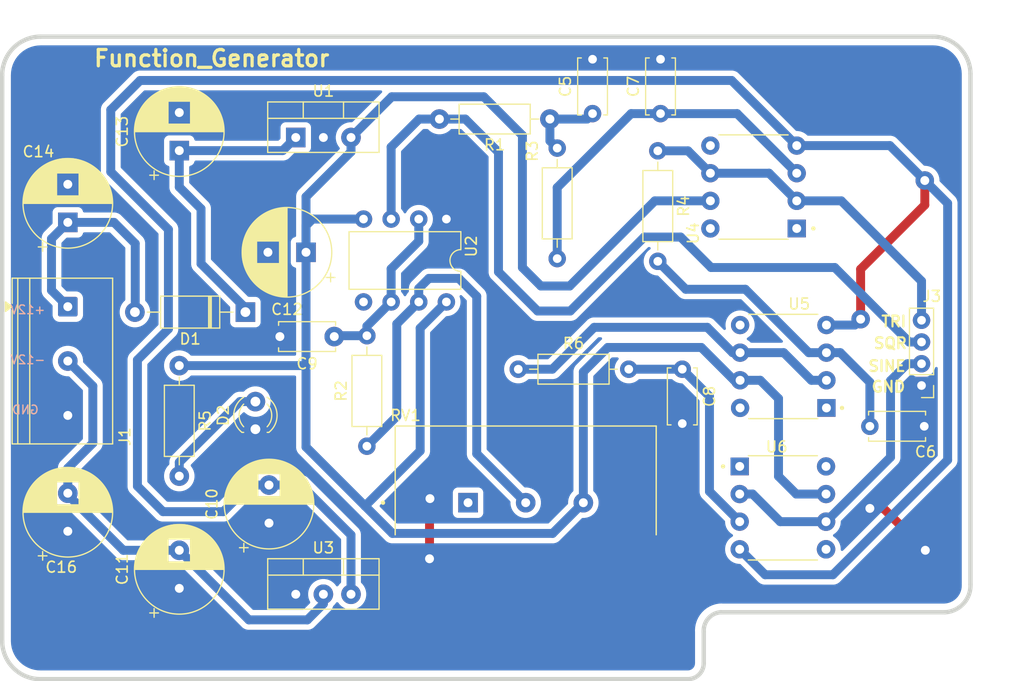
<source format=kicad_pcb>
(kicad_pcb (version 20241229) (generator "pcbnew") (generator_version "9.0")
  (layers (0 "F.Cu" signal) (2 "B.Cu" signal) (13 "F.Paste" user) (15 "B.Paste" user) (5 "F.SilkS" user "F.Silkscreen") (7 "B.SilkS" user "B.Silkscreen") (1 "F.Mask" user) (3 "B.Mask" user) (25 "Edge.Cuts" user))
  (net 0 "")
  (net 1 "Net-(C5-Pad1)")
  (net 2 "GND")
  (net 3 "Net-(U5-+)")
  (net 4 "Net-(U4-+)")
  (net 5 "Net-(U6-+)")
  (net 6 "OUT")
  (net 7 "-10V")
  (net 8 "-12")
  (net 9 "+10V")
  (net 10 "12V")
  (net 11 "+12")
  (net 12 "Net-(D2-A)")
  (net 13 "Triangle")
  (net 14 "Sine")
  (net 15 "Square")
  (net 16 "DISCHARGE")
  (net 17 "Net-(U5--)")
  (footprint "Resistor_THT:R_Axial_DIN0207_L6.3mm_D2.5mm_P10.16mm_Horizontal" (layer "F.Cu") (at 105.25 99.67 -90)
    (property "Reference" "R5" (at 5.08 -2.37 90) (layer "F.SilkS"))
    (property "Value" "330")
    (pad "1" thru_hole circle (at 0 0 270) (size 1.8 1.8) (drill 0.82) (layers "*.Cu" "*.Mask") (net 9 "+10V"))
    (pad "2" thru_hole oval (at 10.16 0 270) (size 1.8 1.8) (drill 0.82) (layers "*.Cu" "*.Mask") (net 12 "Net-(D2-A)"))
  )
  (footprint "Connector_PinHeader_2.00mm:PinHeader_1x04_P2.00mm_Vertical" (layer "F.Cu") (at 173.5 101.5 180)
    (property "Reference" "J3" (at -0.95 8.2 0) (layer "F.SilkS"))
    (property "Value" "Conn_01x04_Pin")
    (pad "1" thru_hole rect (at 0 0 180) (size 1.6 1.6) (drill 0.8) (layers "*.Cu" "*.Mask") (net 2 "GND"))
    (pad "2" thru_hole circle (at 0 2 180) (size 1.6 1.6) (drill 0.8) (layers "*.Cu" "*.Mask") (net 14 "Sine"))
    (pad "3" thru_hole circle (at 0 4 180) (size 1.6 1.6) (drill 0.8) (layers "*.Cu" "*.Mask") (net 15 "Square"))
    (pad "4" thru_hole circle (at 0 6 180) (size 1.6 1.6) (drill 0.8) (layers "*.Cu" "*.Mask") (net 13 "Triangle"))
  )
  (footprint "Capacitor_THT:CP_Radial_D8.0mm_P3.50mm" (layer "F.Cu") (at 95 86.5 90)
    (property "Reference" "C14" (at 6.5 -2.7 180) (layer "F.SilkS"))
    (property "Value" "10uF")
    (pad "1" thru_hole rect (at 0 0 90) (size 1.8 1.8) (drill 0.82) (layers "*.Cu" "*.Mask") (net 11 "+12"))
    (pad "2" thru_hole circle (at 3.5 0 90) (size 1.8 1.8) (drill 0.82) (layers "*.Cu" "*.Mask") (net 2 "GND"))
  )
  (footprint "Capacitor_THT:CP_Radial_D8.0mm_P3.50mm" (layer "F.Cu") (at 113.5 114.152651 90)
    (property "Reference" "C10" (at 1.75 -5.25 90) (layer "F.SilkS"))
    (property "Value" "0.1uF")
    (pad "1" thru_hole rect (at 0 0 90) (size 1.8 1.8) (drill 0.82) (layers "*.Cu" "*.Mask") (net 2 "GND"))
    (pad "2" thru_hole circle (at 3.5 0 90) (size 1.8 1.8) (drill 0.82) (layers "*.Cu" "*.Mask") (net 7 "-10V"))
  )
  (footprint "Capacitor_THT:CP_Radial_D8.0mm_P3.50mm" (layer "F.Cu") (at 116.902651 89.25 180)
    (property "Reference" "C12" (at 1.75 -5.25 0) (layer "F.SilkS"))
    (property "Value" "0.1uF")
    (pad "1" thru_hole rect (at 0 0 180) (size 1.8 1.8) (drill 0.82) (layers "*.Cu" "*.Mask") (net 9 "+10V"))
    (pad "2" thru_hole circle (at 3.5 0 180) (size 1.8 1.8) (drill 0.82) (layers "*.Cu" "*.Mask") (net 2 "GND"))
  )
  (footprint "Resistor_THT:R_Axial_DIN0207_L6.3mm_D2.5mm_P10.16mm_Horizontal" (layer "F.Cu") (at 149.25 79.92 -90)
    (property "Reference" "R4" (at 5.08 -2.37 90) (layer "F.SilkS"))
    (property "Value" "1K")
    (pad "1" thru_hole circle (at 0 0 270) (size 1.6 1.6) (drill 0.8) (layers "*.Cu" "*.Mask") (net 13 "Triangle"))
    (pad "2" thru_hole oval (at 10.16 0 270) (size 1.6 1.6) (drill 0.8) (layers "*.Cu" "*.Mask") (net 3 "Net-(U5-+)"))
  )
  (footprint "Resistor_THT:R_Axial_DIN0207_L6.3mm_D2.5mm_P10.16mm_Horizontal" (layer "F.Cu") (at 122.5 107.08 90)
    (property "Reference" "R2" (at 5.08 -2.37 90) (layer "F.SilkS"))
    (property "Value" "22K")
    (pad "1" thru_hole circle (at 0 0 90) (size 1.6 1.6) (drill 0.8) (layers "*.Cu" "*.Mask") (net 16 "DISCHARGE"))
    (pad "2" thru_hole oval (at 10.16 0 90) (size 1.6 1.6) (drill 0.8) (layers "*.Cu" "*.Mask") (net 6 "OUT"))
  )
  (footprint "LED_THT:LED_D3.0mm" (layer "F.Cu") (at 112.25 105.52 90)
    (property "Reference" "D2" (at 1.27 -2.96 90) (layer "F.SilkS"))
    (property "Value" "LED")
    (pad "1" thru_hole rect (at 0 0 90) (size 1.8 1.8) (drill 0.9) (layers "*.Cu" "*.Mask") (net 2 "GND"))
    (pad "2" thru_hole circle (at 2.54 0 90) (size 1.8 1.8) (drill 0.9) (layers "*.Cu" "*.Mask") (net 12 "Net-(D2-A)"))
  )
  (footprint "Capacitor_THT:C_Disc_D5.0mm_W2.5mm_P5.00mm" (layer "F.Cu") (at 151.5 100 -90)
    (property "Reference" "C8" (at 2.5 -2.5 270) (layer "F.SilkS"))
    (property "Value" "3.3nF")
    (pad "1" thru_hole circle (at 0 0 270) (size 1.6 1.6) (drill 0.8) (layers "*.Cu" "*.Mask") (net 5 "Net-(U6-+)"))
    (pad "2" thru_hole circle (at 5 0 270) (size 1.6 1.6) (drill 0.8) (layers "*.Cu" "*.Mask") (net 2 "GND"))
  )
  (footprint "Capacitor_THT:CP_Radial_D8.0mm_P3.50mm" (layer "F.Cu") (at 105.25 79.902651 90)
    (property "Reference" "C13" (at 1.75 -5.25 90) (layer "F.SilkS"))
    (property "Value" "0.1uF")
    (pad "1" thru_hole rect (at 0 0 90) (size 1.8 1.8) (drill 0.82) (layers "*.Cu" "*.Mask") (net 10 "12V"))
    (pad "2" thru_hole circle (at 3.5 0 90) (size 1.8 1.8) (drill 0.82) (layers "*.Cu" "*.Mask") (net 2 "GND"))
  )
  (footprint "Package_TO_SOT_THT:TO-220-3_Vertical" (layer "F.Cu") (at 115.96 120.695)
    (property "Reference" "U3" (at 2.54 -4.27 0) (layer "F.SilkS"))
    (property "Value" "LM7910_TO220")
    (pad "1" thru_hole rect (at 0 0) (size 1.8 1.8) (drill 0.82) (layers "*.Cu" "*.Mask") (net 2 "GND"))
    (pad "2" thru_hole oval (at 2.54 0) (size 1.8 1.8) (drill 0.82) (layers "*.Cu" "*.Mask") (net 8 "-12"))
    (pad "3" thru_hole oval (at 5.08 0) (size 1.8 1.8) (drill 0.82) (layers "*.Cu" "*.Mask") (net 7 "-10V"))
  )
  (footprint "Capacitor_THT:CP_Radial_D8.0mm_P3.50mm" (layer "F.Cu") (at 95 114.902651 90)
    (property "Reference" "C16" (at -3.297349 -0.6 180) (layer "F.SilkS"))
    (property "Value" "10uF")
    (pad "1" thru_hole rect (at 0 0 90) (size 1.8 1.8) (drill 0.82) (layers "*.Cu" "*.Mask") (net 2 "GND"))
    (pad "2" thru_hole circle (at 3.5 0 90) (size 1.8 1.8) (drill 0.82) (layers "*.Cu" "*.Mask") (net 8 "-12"))
  )
  (footprint "Potentiometer_THT:Rotary Potentiometer_Horizontal" (layer "F.Cu") (at 137.10325 112.275)
    (property "Reference" "RV1" (at -11.05325 -8.025 0) (layer "F.SilkS"))
    (property "Value" "10K")
    (pad "1" thru_hole rect (at -5.3 0) (size 1.8 1.8) (drill 0.82) (layers "*.Cu" "*.Mask"))
    (pad "2" thru_hole circle (at 0 0) (size 1.8 1.8) (drill 0.82) (layers "*.Cu" "*.Mask") (net 16 "DISCHARGE"))
    (pad "3" thru_hole circle (at 5.3 0) (size 1.8 1.8) (drill 0.82) (layers "*.Cu" "*.Mask") (net 9 "+10V"))
  )
  (footprint "OpertionalAmplifier:LM741CN_NOPB" (layer "F.Cu") (at 160.75 112.75)
    (property "Reference" "U6" (at -0.565 -5.607 0) (layer "F.SilkS"))
    (property "Value" "LM741")
    (pad "1" thru_hole rect (at -3.97 -3.81) (size 1.68 1.63) (drill 0.82) (layers "*.Cu" "*.Mask"))
    (pad "2" thru_hole circle (at -3.97 -1.27) (size 1.68 1.68) (drill 0.82) (layers "*.Cu" "*.Mask") (net 14 "Sine"))
    (pad "3" thru_hole circle (at -3.97 1.27) (size 1.68 1.68) (drill 0.82) (layers "*.Cu" "*.Mask") (net 5 "Net-(U6-+)"))
    (pad "4" thru_hole circle (at -3.97 3.81) (size 1.68 1.68) (drill 0.82) (layers "*.Cu" "*.Mask") (net 7 "-10V"))
    (pad "5" thru_hole circle (at 3.97 3.81) (size 1.7 1.7) (drill 0.82) (layers "*.Cu" "*.Mask"))
    (pad "6" thru_hole circle (at 3.97 1.27) (size 1.7 1.7) (drill 0.82) (layers "*.Cu" "*.Mask") (net 14 "Sine"))
    (pad "7" thru_hole circle (at 3.97 -1.27) (size 1.68 1.68) (drill 0.82) (layers "*.Cu" "*.Mask") (net 9 "+10V"))
    (pad "8" thru_hole circle (at 3.97 -3.81) (size 1.68 1.68) (drill 0.82) (layers "*.Cu" "*.Mask"))
  )
  (footprint "Capacitor_THT:C_Disc_D5.0mm_W2.5mm_P5.00mm" (layer "F.Cu") (at 168.75 105.25)
    (property "Reference" "C6" (at 5.12 2.35 0) (layer "F.SilkS"))
    (property "Value" "3.3nF")
    (pad "1" thru_hole circle (at 0 0) (size 1.6 1.6) (drill 0.8) (layers "*.Cu" "*.Mask") (net 3 "Net-(U5-+)"))
    (pad "2" thru_hole circle (at 5 0) (size 1.6 1.6) (drill 0.8) (layers "*.Cu" "*.Mask") (net 2 "GND"))
  )
  (footprint "Capacitor_THT:C_Disc_D5.0mm_W2.5mm_P5.00mm" (layer "F.Cu") (at 149.5 76.5 90)
    (property "Reference" "C7" (at 2.5 -2.5 90) (layer "F.SilkS"))
    (property "Value" "3.3nF")
    (pad "1" thru_hole circle (at 0 0 90) (size 1.6 1.6) (drill 0.8) (layers "*.Cu" "*.Mask") (net 4 "Net-(U4-+)"))
    (pad "2" thru_hole circle (at 5 0 90) (size 1.6 1.6) (drill 0.8) (layers "*.Cu" "*.Mask") (net 2 "GND"))
  )
  (footprint "Capacitor_THT:C_Disc_D5.0mm_W2.5mm_P5.00mm" (layer "F.Cu") (at 143.25 76.5 90)
    (property "Reference" "C5" (at 2.5 -2.5 90) (layer "F.SilkS"))
    (property "Value" "3.3nF")
    (pad "1" thru_hole circle (at 0 0 90) (size 1.6 1.6) (drill 0.8) (layers "*.Cu" "*.Mask") (net 1 "Net-(C5-Pad1)"))
    (pad "2" thru_hole circle (at 5 0 90) (size 1.6 1.6) (drill 0.8) (layers "*.Cu" "*.Mask") (net 2 "GND"))
  )
  (footprint "TerminalBlock_Phoenix:TerminalBlock_Phoenix_PT-1,5-3-5.0-H_1x03_P5.00mm_Horizontal" (layer "F.Cu") (at 95 94.25 -90)
    (property "Reference" "J1" (at 11.95 -5.25 90) (layer "F.SilkS"))
    (property "Value" "Screw_Terminal_01x03" (hide yes))
    (pad "1" thru_hole roundrect (at 0 0 270) (size 1.8 1.8) (drill 0.82) (layers "*.Cu" "*.Mask") (roundrect_rratio 0.096154) (net 11 "+12"))
    (pad "2" thru_hole circle (at 5 0 270) (size 1.8 1.8) (drill 0.82) (layers "*.Cu" "*.Mask") (net 8 "-12"))
    (pad "3" thru_hole circle (at 10 0 270) (size 1.8 1.8) (drill 0.82) (layers "*.Cu" "*.Mask") (net 2 "GND"))
  )
  (footprint "Capacitor_THT:CP_Radial_D8.0mm_P3.50mm" (layer "F.Cu") (at 105.25 120.152651 90)
    (property "Reference" "C11" (at 1.75 -5.25 90) (layer "F.SilkS"))
    (property "Value" "0.1uF")
    (pad "1" thru_hole rect (at 0 0 90) (size 1.8 1.8) (drill 0.82) (layers "*.Cu" "*.Mask") (net 2 "GND"))
    (pad "2" thru_hole circle (at 3.5 0 90) (size 1.8 1.8) (drill 0.82) (layers "*.Cu" "*.Mask") (net 8 "-12"))
  )
  (footprint "OpertionalAmplifier:LM741CN_NOPB" (layer "F.Cu") (at 158.055 83.25 180)
    (property "Reference" "U4" (at 5.55 -4.25 90) (layer "F.SilkS"))
    (property "Value" "LM741")
    (pad "1" thru_hole rect (at -3.97 -3.81 180) (size 1.68 1.63) (drill 0.82) (layers "*.Cu" "*.Mask"))
    (pad "2" thru_hole circle (at -3.97 -1.27 180) (size 1.68 1.68) (drill 0.82) (layers "*.Cu" "*.Mask") (net 13 "Triangle"))
    (pad "3" thru_hole circle (at -3.97 1.27 180) (size 1.68 1.68) (drill 0.82) (layers "*.Cu" "*.Mask") (net 4 "Net-(U4-+)"))
    (pad "4" thru_hole circle (at -3.97 3.81 180) (size 1.68 1.68) (drill 0.82) (layers "*.Cu" "*.Mask") (net 7 "-10V"))
    (pad "5" thru_hole circle (at 3.97 3.81 180) (size 1.68 1.68) (drill 0.82) (layers "*.Cu" "*.Mask"))
    (pad "6" thru_hole circle (at 3.97 1.27 180) (size 1.68 1.68) (drill 0.82) (layers "*.Cu" "*.Mask") (net 13 "Triangle"))
    (pad "7" thru_hole circle (at 3.97 -1.27 180) (size 1.68 1.68) (drill 0.82) (layers "*.Cu" "*.Mask") (net 9 "+10V"))
    (pad "8" thru_hole circle (at 3.97 -3.81 180) (size 1.68 1.68) (drill 0.82) (layers "*.Cu" "*.Mask"))
  )
  (footprint "Resistor_THT:R_Axial_DIN0207_L6.3mm_D2.5mm_P10.16mm_Horizontal" (layer "F.Cu") (at 136.42 100)
    (property "Reference" "R6" (at 5.08 -2.37 0) (layer "F.SilkS"))
    (property "Value" "1K")
    (pad "1" thru_hole circle (at 0 0) (size 1.6 1.6) (drill 0.8) (layers "*.Cu" "*.Mask") (net 17 "Net-(U5--)"))
    (pad "2" thru_hole oval (at 10.16 0) (size 1.6 1.6) (drill 0.8) (layers "*.Cu" "*.Mask") (net 5 "Net-(U6-+)"))
  )
  (footprint "Diode_THT:D_A-405_P10.16mm_Horizontal" (layer "F.Cu") (at 111.33 94.75 180)
    (property "Reference" "D1" (at 5.08 -2.47 0) (layer "F.SilkS"))
    (property "Value" "1N4007")
    (pad "1" thru_hole rect (at 0 0 180) (size 1.8 1.8) (drill 0.9) (layers "*.Cu" "*.Mask") (net 10 "12V"))
    (pad "2" thru_hole oval (at 10.16 0 180) (size 1.8 1.8) (drill 0.9) (layers "*.Cu" "*.Mask") (net 11 "+12"))
  )
  (footprint "Capacitor_THT:C_Disc_D5.0mm_W2.5mm_P5.00mm" (layer "F.Cu") (at 119.5 97 180)
    (property "Reference" "C9" (at 2.5 -2.5 0) (layer "F.SilkS"))
    (property "Value" "1nF")
    (pad "1" thru_hole circle (at 0 0 180) (size 1.8 1.8) (drill 0.82) (layers "*.Cu" "*.Mask") (net 6 "OUT"))
    (pad "2" thru_hole circle (at 5 0 180) (size 1.8 1.8) (drill 0.82) (layers "*.Cu" "*.Mask") (net 2 "GND"))
  )
  (footprint "Package_TO_SOT_THT:TO-220-3_Vertical" (layer "F.Cu") (at 115.96 78.695)
    (property "Reference" "U1" (at 2.54 -4.27 0) (layer "F.SilkS"))
    (property "Value" "LM7810_TO220")
    (pad "1" thru_hole rect (at 0 0) (size 1.8 1.8) (drill 0.82) (layers "*.Cu" "*.Mask") (net 10 "12V"))
    (pad "2" thru_hole oval (at 2.54 0) (size 1.8 1.8) (drill 0.82) (layers "*.Cu" "*.Mask") (net 2 "GND"))
    (pad "3" thru_hole oval (at 5.08 0) (size 1.8 1.8) (drill 0.82) (layers "*.Cu" "*.Mask") (net 9 "+10V"))
  )
  (footprint "OpertionalAmplifier:LM741CN_NOPB" (layer "F.Cu") (at 160.7875 99.75 180)
    (property "Reference" "U5" (at -1.4625 5.75 0) (layer "F.SilkS"))
    (property "Value" "LM741")
    (pad "1" thru_hole rect (at -3.97 -3.81 180) (size 1.68 1.63) (drill 0.82) (layers "*.Cu" "*.Mask"))
    (pad "2" thru_hole circle (at -3.97 -1.27 180) (size 1.68 1.68) (drill 0.82) (layers "*.Cu" "*.Mask") (net 17 "Net-(U5--)"))
    (pad "3" thru_hole circle (at -3.97 1.27 180) (size 1.68 1.68) (drill 0.82) (layers "*.Cu" "*.Mask") (net 3 "Net-(U5-+)"))
    (pad "4" thru_hole circle (at -3.97 3.81 180) (size 1.68 1.68) (drill 0.82) (layers "*.Cu" "*.Mask") (net 7 "-10V"))
    (pad "5" thru_hole circle (at 3.97 3.81 180) (size 1.68 1.68) (drill 0.82) (layers "*.Cu" "*.Mask"))
    (pad "6" thru_hole circle (at 3.97 1.27 180) (size 1.68 1.68) (drill 0.82) (layers "*.Cu" "*.Mask") (net 17 "Net-(U5--)"))
    (pad "7" thru_hole circle (at 3.97 -1.27 180) (size 1.68 1.68) (drill 0.82) (layers "*.Cu" "*.Mask") (net 9 "+10V"))
    (pad "8" thru_hole circle (at 3.97 -3.81 180) (size 1.68 1.68) (drill 0.82) (layers "*.Cu" "*.Mask"))
  )
  (footprint "Resistor_THT:R_Axial_DIN0207_L6.3mm_D2.5mm_P10.16mm_Horizontal" (layer "F.Cu") (at 140 89.83 90)
    (property "Reference" "R3" (at 9.88 -2.3 90) (layer "F.SilkS"))
    (property "Value" "1K")
    (pad "1" thru_hole circle (at 0 0 90) (size 1.6 1.6) (drill 0.8) (layers "*.Cu" "*.Mask") (net 4 "Net-(U4-+)"))
    (pad "2" thru_hole oval (at 10.16 0 90) (size 1.6 1.6) (drill 0.8) (layers "*.Cu" "*.Mask") (net 1 "Net-(C5-Pad1)"))
  )
  (footprint "Package_DIP:DIP-8_W7.62mm" (layer "F.Cu") (at 129.81 86.195 -90)
    (property "Reference" "U2" (at 2.505 -2.29 90) (layer "F.SilkS"))
    (property "Value" "NE555P")
    (pad "1" thru_hole roundrect (at 0 0 270) (size 1.6 1.6) (drill 0.8) (layers "*.Cu" "*.Mask") (roundrect_rratio 0.15625) (net 2 "GND"))
    (pad "2" thru_hole circle (at 0 2.54 270) (size 1.6 1.6) (drill 0.8) (layers "*.Cu" "*.Mask") (net 6 "OUT"))
    (pad "3" thru_hole circle (at 0 5.08 270) (size 1.6 1.6) (drill 0.8) (layers "*.Cu" "*.Mask") (net 15 "Square"))
    (pad "4" thru_hole circle (at 0 7.62 270) (size 1.6 1.6) (drill 0.8) (layers "*.Cu" "*.Mask") (net 9 "+10V"))
    (pad "5" thru_hole circle (at 7.62 7.62 270) (size 1.6 1.6) (drill 0.8) (layers "*.Cu" "*.Mask"))
    (pad "6" thru_hole circle (at 7.62 5.08 270) (size 1.6 1.6) (drill 0.8) (layers "*.Cu" "*.Mask") (net 6 "OUT"))
    (pad "7" thru_hole circle (at 7.62 2.54 270) (size 1.6 1.6) (drill 0.8) (layers "*.Cu" "*.Mask") (net 16 "DISCHARGE"))
    (pad "8" thru_hole circle (at 7.62 0 270) (size 1.6 1.6) (drill 0.8) (layers "*.Cu" "*.Mask") (net 9 "+10V"))
  )
  (footprint "Resistor_THT:R_Axial_DIN0207_L6.3mm_D2.5mm_P10.16mm_Horizontal" (layer "F.Cu") (at 139.33 77 180)
    (property "Reference" "R1" (at 5.08 -2.37 0) (layer "F.SilkS"))
    (property "Value" "1K")
    (pad "1" thru_hole circle (at 0 0 180) (size 1.8 1.8) (drill 0.82) (layers "*.Cu" "*.Mask") (net 1 "Net-(C5-Pad1)"))
    (pad "2" thru_hole oval (at 10.16 0 180) (size 1.8 1.8) (drill 0.82) (layers "*.Cu" "*.Mask") (net 15 "Square"))
  )
  (gr_arc (start 174.514354 69.420232) (mid 176.964243 70.405474) (end 177.999906 72.834478) (stroke (width 0.4)) (layer "Edge.Cuts"))
  (gr_line (start 175.643986 122.349632) (end 155.081689 122.349632) (stroke (width 0.4)) (layer "Edge.Cuts"))
  (gr_line (start 88.964466 72.955766) (end 88.964876 125.04034) (stroke (width 0.4)) (layer "Edge.Cuts"))
  (gr_line (start 92.49833 69.420232) (end 174.514354 69.420232) (stroke (width 0.4)) (layer "Edge.Cuts"))
  (gr_line (start 92.53601 128.499825) (end 152.008364 128.499825) (stroke (width 0.4)) (layer "Edge.Cuts"))
  (gr_line (start 178 72.834478) (end 178 119.778481) (stroke (width 0.4)) (layer "Edge.Cuts"))
  (gr_arc (start 153.475233 127.037787) (mid 153.04694 128.071692) (end 152.012985 128.499864) (stroke (width 0.4)) (layer "Edge.Cuts"))
  (gr_arc (start 92.53604 128.499825) (mid 90.033975 127.509695) (end 88.964875 125.04034) (stroke (width 0.4)) (layer "Edge.Cuts"))
  (gr_arc (start 88.964466 72.955766) (mid 90.000024 70.455776) (end 92.500034 69.420266) (stroke (width 0.4)) (layer "Edge.Cuts"))
  (gr_line (start 153.475177 124.124011) (end 153.475233 127.037958) (stroke (width 0.4)) (layer "Edge.Cuts"))
  (gr_arc (start 153.475177 124.124011) (mid 153.909631 122.900924) (end 155.081689 122.343277) (stroke (width 0.4)) (layer "Edge.Cuts"))
  (gr_arc (start 178 119.778465) (mid 177.354905 121.551827) (end 175.644797 122.349632) (stroke (width 0.4)) (layer "Edge.Cuts"))
  (gr_text "SINE" (at 168.5 100.3 0) (layer "F.SilkS") (effects (font (size 1 1) (thickness 0.2) (bold yes)) (justify left bottom)))
  (gr_text "Function_Generator" (at 97.25 72.3 0) (layer "F.SilkS") (effects (font (size 1.5 1.5) (thickness 0.3) (bold yes)) (justify left bottom)))
  (gr_text "TRI" (at 169.7 96.2 0) (layer "F.SilkS") (effects (font (size 1 1) (thickness 0.2) (bold yes)) (justify left bottom)))
  (gr_text "GND" (at 168.8 102.2 0) (layer "F.SilkS") (effects (font (size 1 1) (thickness 0.2) (bold yes)) (justify left bottom)))
  (gr_text "SQR" (at 169 98.2 0) (layer "F.SilkS") (effects (font (size 1 1) (thickness 0.2) (bold yes)) (justify left bottom)))
  (gr_text "+12V" (at 93 95 0) (layer "B.SilkS") (effects (font (size 0.8 0.8) (thickness 0.125) (bold yes)) (justify left bottom mirror)))
  (gr_text "-12V" (at 93 99.6 0) (layer "B.SilkS") (effects (font (size 0.8 0.8) (thickness 0.125) (bold yes)) (justify left bottom mirror)))
  (gr_text "GND" (at 92.4 104.2 0) (layer "B.SilkS") (effects (font (size 0.8 0.8) (thickness 0.125) (bold yes)) (justify left bottom mirror)))
  (segment (start 142.75 77) (end 143.25 76.5) (width 0.82) (layer "B.Cu") (net 1))
  (segment (start 139.33 77) (end 142.75 77) (width 0.82) (layer "B.Cu") (net 1))
  (segment (start 139.33 77) (end 139.33 79) (width 0.82) (layer "B.Cu") (net 1))
  (segment (start 139.33 79) (end 140 79.67) (width 0.82) (layer "B.Cu") (net 1))
  (segment (start 173.85 116.65) (end 170 112.8) (width 0.82) (layer "F.Cu") (net 2))
  (segment (start 170 112.8) (end 168.75 112.8) (width 0.82) (layer "F.Cu") (net 2))
  (segment (start 128.26 111.94) (end 128.3 111.9) (width 0.82) (layer "F.Cu") (net 2))
  (segment (start 128.26 117.43) (end 128.26 111.94) (width 0.82) (layer "F.Cu") (net 2))
  (via (at 173.85 116.65) (size 1.7) (drill 0.82) (layers "F.Cu" "B.Cu") (net 2))
  (via (at 128.26 117.43) (size 1.7) (drill 0.82) (layers "F.Cu" "B.Cu") (net 2))
  (via (at 128.3 111.9) (size 1.7) (drill 0.82) (layers "F.Cu" "B.Cu") (net 2))
  (via (at 168.75 112.8) (size 1.7) (drill 0.82) (layers "F.Cu" "B.Cu") (net 2))
  (segment (start 151.82 92.65) (end 149.25 90.08) (width 0.82) (layer "B.Cu") (net 3))
  (segment (start 164.7575 98.48) (end 166.03 98.48) (width 0.82) (layer "B.Cu") (net 3))
  (segment (start 164.7575 98.48) (end 163.13 98.48) (width 0.82) (layer "B.Cu") (net 3))
  (segment (start 166.03 98.48) (end 168.75 101.2) (width 0.82) (layer "B.Cu") (net 3))
  (segment (start 163.13 98.48) (end 157.3 92.65) (width 0.82) (layer "B.Cu") (net 3))
  (segment (start 168.75 101.2) (end 168.75 105.25) (width 0.82) (layer "B.Cu") (net 3))
  (segment (start 157.3 92.65) (end 151.82 92.65) (width 0.82) (layer "B.Cu") (net 3))
  (segment (start 156.545 76.5) (end 162.025 81.98) (width 0.82) (layer "B.Cu") (net 4))
  (segment (start 140 83.3) (end 140 89.83) (width 0.82) (layer "B.Cu") (net 4))
  (segment (start 140 83.3) (end 146.8 76.5) (width 0.82) (layer "B.Cu") (net 4))
  (segment (start 146.8 76.5) (end 149.5 76.5) (width 0.82) (layer "B.Cu") (net 4))
  (segment (start 149.5 76.5) (end 156.545 76.5) (width 0.82) (layer "B.Cu") (net 4))
  (segment (start 154 102.5) (end 151.5 100) (width 0.82) (layer "B.Cu") (net 5))
  (segment (start 146.58 100) (end 146.83 100.25) (width 0.82) (layer "B.Cu") (net 5))
  (segment (start 156.78 114.02) (end 154 111.24) (width 0.82) (layer "B.Cu") (net 5))
  (segment (start 151.5 100) (end 146.58 100) (width 0.82) (layer "B.Cu") (net 5))
  (segment (start 154 111.24) (end 154 102.5) (width 0.82) (layer "B.Cu") (net 5))
  (segment (start 122.5 96.92) (end 122.5 96.045) (width 0.82) (layer "B.Cu") (net 6))
  (segment (start 122.5 96.045) (end 124.73 93.815) (width 0.82) (layer "B.Cu") (net 6))
  (segment (start 124.73 90.77) (end 127.27 88.23) (width 0.82) (layer "B.Cu") (net 6))
  (segment (start 119.58 96.92) (end 119.5 97) (width 0.82) (layer "B.Cu") (net 6))
  (segment (start 124.73 93.815) (end 124.73 90.77) (width 0.82) (layer "B.Cu") (net 6))
  (segment (start 127.27 88.23) (end 127.27 86.195) (width 0.82) (layer "B.Cu") (net 6))
  (segment (start 122.5 96.92) (end 119.58 96.92) (width 0.82) (layer "B.Cu") (net 6))
  (segment (start 167.9 90.8) (end 167.9 95.4) (width 0.82) (layer "F.Cu") (net 7))
  (segment (start 173.8 84.9) (end 167.9 90.8) (width 0.82) (layer "F.Cu") (net 7))
  (segment (start 173.8 82.65) (end 173.8 84.9) (width 0.82) (layer "F.Cu") (net 7))
  (via (at 173.8 82.65) (size 1.7) (drill 0.82) (layers "F.Cu" "B.Cu") (net 7))
  (via (at 167.9 95.4) (size 1.7) (drill 0.82) (layers "F.Cu" "B.Cu") (net 7))
  (segment (start 173.8 82.65) (end 175.9 84.75) (width 0.82) (layer "B.Cu") (net 7))
  (segment (start 164.7575 95.94) (end 167.36 95.94) (width 0.82) (layer "B.Cu") (net 7))
  (segment (start 165.35 118.9) (end 159.12 118.9) (width 0.82) (layer "B.Cu") (net 7))
  (segment (start 98.95 81.85) (end 104.25 87.15) (width 0.82) (layer "B.Cu") (net 7))
  (segment (start 173.8 82.65) (end 170.59 79.44) (width 0.82) (layer "B.Cu") (net 7))
  (segment (start 175.9 108.35) (end 165.35 118.9) (width 0.82) (layer "B.Cu") (net 7))
  (segment (start 156.035 73.45) (end 101.65 73.45) (width 0.82) (layer "B.Cu") (net 7))
  (segment (start 101.4 99.15) (end 101.4 110.75) (width 0.82) (layer "B.Cu") (net 7))
  (segment (start 167.36 95.94) (end 167.9 95.4) (width 0.82) (layer "B.Cu") (net 7))
  (segment (start 116.452651 110.652651) (end 113.5 110.652651) (width 0.82) (layer "B.Cu") (net 7))
  (segment (start 109.3 113.1) (end 111.747349 110.652651) (width 0.82) (layer "B.Cu") (net 7))
  (segment (start 162.025 79.44) (end 156.035 73.45) (width 0.82) (layer "B.Cu") (net 7))
  (segment (start 103.75 113.1) (end 109.3 113.1) (width 0.82) (layer "B.Cu") (net 7))
  (segment (start 104.25 96.3) (end 101.4 99.15) (width 0.82) (layer "B.Cu") (net 7))
  (segment (start 170.59 79.44) (end 162.025 79.44) (width 0.82) (layer "B.Cu") (net 7))
  (segment (start 121.04 120.695) (end 121.04 115.24) (width 0.82) (layer "B.Cu") (net 7))
  (segment (start 159.12 118.9) (end 156.78 116.56) (width 0.82) (layer "B.Cu") (net 7))
  (segment (start 101.65 73.45) (end 98.95 76.15) (width 0.82) (layer "B.Cu") (net 7))
  (segment (start 104.25 87.15) (end 104.25 96.3) (width 0.82) (layer "B.Cu") (net 7))
  (segment (start 175.9 84.75) (end 175.9 108.35) (width 0.82) (layer "B.Cu") (net 7))
  (segment (start 98.95 76.15) (end 98.95 81.85) (width 0.82) (layer "B.Cu") (net 7))
  (segment (start 111.747349 110.652651) (end 113.5 110.652651) (width 0.82) (layer "B.Cu") (net 7))
  (segment (start 121.04 115.24) (end 116.452651 110.652651) (width 0.82) (layer "B.Cu") (net 7))
  (segment (start 101.4 110.75) (end 103.75 113.1) (width 0.82) (layer "B.Cu") (net 7))
  (segment (start 95 111.55) (end 100.102651 116.652651) (width 0.82) (layer "B.Cu") (net 8))
  (segment (start 95 109.1) (end 97.3 106.8) (width 0.82) (layer "B.Cu") (net 8))
  (segment (start 97.3 106.8) (end 97.3 101.55) (width 0.82) (layer "B.Cu") (net 8))
  (segment (start 95 111.402651) (end 95 109.1) (width 0.82) (layer "B.Cu") (net 8))
  (segment (start 105.25 116.652651) (end 105.327651 116.652651) (width 0.82) (layer "B.Cu") (net 8))
  (segment (start 95 111.402651) (end 95 111.55) (width 0.82) (layer "B.Cu") (net 8))
  (segment (start 97.3 101.55) (end 95 99.25) (width 0.82) (layer "B.Cu") (net 8))
  (segment (start 118.5 120.695) (end 118.5 121.577) (width 0.82) (layer "B.Cu") (net 8))
  (segment (start 100.102651 116.652651) (end 105.25 116.652651) (width 0.82) (layer "B.Cu") (net 8))
  (segment (start 118.5 121.577) (end 117.027 123.05) (width 0.82) (layer "B.Cu") (net 8))
  (segment (start 117.027 123.05) (end 111.647349 123.05) (width 0.82) (layer "B.Cu") (net 8))
  (segment (start 111.647349 123.05) (end 105.25 116.652651) (width 0.82) (layer "B.Cu") (net 8))
  (segment (start 144.65 98) (end 142.40325 100.24675) (width 0.82) (layer "B.Cu") (net 9))
  (segment (start 127.4 107.51) (end 127.4 96.225) (width 0.82) (layer "B.Cu") (net 9))
  (segment (start 121.04 78.695) (end 124.785 74.95) (width 0.82) (layer "B.Cu") (net 9))
  (segment (start 139.57825 115.1) (end 124.85 115.1) (width 0.82) (layer "B.Cu") (net 9))
  (segment (start 127.4 96.225) (end 129.81 93.815) (width 0.82) (layer "B.Cu") (net 9))
  (segment (start 161.980419 111.48) (end 164.72 111.48) (width 0.82) (layer "B.Cu") (net 9))
  (segment (start 158.67 101.02) (end 160.35 102.7) (width 0.82) (layer "B.Cu") (net 9))
  (segment (start 133.25 74.95) (end 136.8 78.5) (width 0.82) (layer "B.Cu") (net 9))
  (segment (start 117.35 89.697349) (end 116.902651 89.25) (width 0.82) (layer "B.Cu") (net 9))
  (segment (start 138.5 92.35) (end 141.15 92.35) (width 0.82) (layer "B.Cu") (net 9))
  (segment (start 116.902651 99.67) (end 116.902651 89.25) (width 0.82) (layer "B.Cu") (net 9))
  (segment (start 117.505 86.195) (end 116.902651 86.797349) (width 0.82) (layer "B.Cu") (net 9))
  (segment (start 136.8 90.65) (end 138.5 92.35) (width 0.82) (layer "B.Cu") (net 9))
  (segment (start 116.902651 89.25) (end 116.902651 86.797349) (width 0.82) (layer "B.Cu") (net 9))
  (segment (start 142.40325 100.24675) (end 142.40325 112.275) (width 0.82) (layer "B.Cu") (net 9))
  (segment (start 122.19 86.195) (end 117.505 86.195) (width 0.82) (layer "B.Cu") (net 9))
  (segment (start 141.15 92.35) (end 148.98 84.52) (width 0.82) (layer "B.Cu") (net 9))
  (segment (start 121.04 78.695) (end 121.04 80.01) (width 0.82) (layer "B.Cu") (net 9))
  (segment (start 148.98 84.52) (end 154.085 84.52) (width 0.82) (layer "B.Cu") (net 9))
  (segment (start 121.04 80.01) (end 116.902651 84.147349) (width 0.82) (layer "B.Cu") (net 9))
  (segment (start 124.85 115.1) (end 122.33 112.58) (width 0.82) (layer "B.Cu") (net 9))
  (segment (start 122.33 112.58) (end 116.902651 107.152651) (width 0.82) (layer "B.Cu") (net 9))
  (segment (start 142.40325 112.275) (end 139.57825 115.1) (width 0.82) (layer "B.Cu") (net 9))
  (segment (start 156.27 101.02) (end 153.25 98) (width 0.82) (layer "B.Cu") (net 9))
  (segment (start 116.902651 84.147349) (end 116.902651 89.25) (width 0.82) (layer "B.Cu") (net 9))
  (segment (start 160.35 109.849581) (end 161.980419 111.48) (width 0.82) (layer "B.Cu") (net 9))
  (segment (start 105.25 99.67) (end 116.902651 99.67) (width 0.82) (layer "B.Cu") (net 9))
  (segment (start 156.8175 101.02) (end 158.67 101.02) (width 0.82) (layer "B.Cu") (net 9))
  (segment (start 136.8 78.5) (end 136.8 90.65) (width 0.82) (layer "B.Cu") (net 9))
  (segment (start 116.902651 107.152651) (end 116.902651 99.67) (width 0.82) (layer "B.Cu") (net 9))
  (segment (start 124.785 74.95) (end 133.25 74.95) (width 0.82) (layer "B.Cu") (net 9))
  (segment (start 156.8175 101.02) (end 156.27 101.02) (width 0.82) (layer "B.Cu") (net 9))
  (segment (start 160.35 102.7) (end 160.35 109.849581) (width 0.82) (layer "B.Cu") (net 9))
  (segment (start 122.33 112.58) (end 127.4 107.51) (width 0.82) (layer "B.Cu") (net 9))
  (segment (start 153.25 98) (end 144.65 98) (width 0.82) (layer "B.Cu") (net 9))
  (segment (start 111.33 94.38) (end 107.25 90.3) (width 0.82) (layer "B.Cu") (net 10))
  (segment (start 107.25 90.3) (end 107.25 85.25) (width 0.82) (layer "B.Cu") (net 10))
  (segment (start 111.33 94.75) (end 111.33 94.38) (width 0.82) (layer "B.Cu") (net 10))
  (segment (start 107.25 85.25) (end 105.25 83.25) (width 0.82) (layer "B.Cu") (net 10))
  (segment (start 105.25 79.902651) (end 114.752349 79.902651) (width 0.82) (layer "B.Cu") (net 10))
  (segment (start 114.752349 79.902651) (end 115.96 78.695) (width 0.82) (layer "B.Cu") (net 10))
  (segment (start 105.25 83.25) (end 105.25 79.902651) (width 0.82) (layer "B.Cu") (net 10))
  (segment (start 95 94.25) (end 93.5 92.75) (width 0.82) (layer "B.Cu") (net 11))
  (segment (start 101.2 88.45) (end 99.25 86.5) (width 0.82) (layer "B.Cu") (net 11))
  (segment (start 101.17 94.75) (end 101.2 94.72) (width 0.82) (layer "B.Cu") (net 11))
  (segment (start 101.2 94.72) (end 101.2 88.45) (width 0.82) (layer "B.Cu") (net 11))
  (segment (start 93.5 92.75) (end 93.5 88) (width 0.82) (layer "B.Cu") (net 11))
  (segment (start 93.5 88) (end 95 86.5) (width 0.82) (layer "B.Cu") (net 11))
  (segment (start 99.25 86.5) (end 95 86.5) (width 0.82) (layer "B.Cu") (net 11))
  (segment (start 105.25 109.83) (end 105.47 109.83) (width 0.82) (layer "B.Cu") (net 12))
  (segment (start 105.25 108.557208) (end 110.827208 102.98) (width 0.82) (layer "B.Cu") (net 12))
  (segment (start 105.25 109.83) (end 105.25 108.557208) (width 0.82) (layer "B.Cu") (net 12))
  (segment (start 110.827208 102.98) (end 112.25 102.98) (width 0.82) (layer "B.Cu") (net 12))
  (segment (start 159.485 81.98) (end 162.025 84.52) (width 0.82) (layer "B.Cu") (net 13))
  (segment (start 154.085 81.98) (end 159.485 81.98) (width 0.82) (layer "B.Cu") (net 13))
  (segment (start 152.025 79.92) (end 154.085 81.98) (width 0.82) (layer "B.Cu") (net 13))
  (segment (start 173.5 91.9) (end 166.12 84.52) (width 0.82) (layer "B.Cu") (net 13))
  (segment (start 149.25 79.92) (end 152.025 79.92) (width 0.82) (layer "B.Cu") (net 13))
  (segment (start 166.12 84.52) (end 162.025 84.52) (width 0.82) (layer "B.Cu") (net 13))
  (segment (start 173.5 95.5) (end 173.5 91.9) (width 0.82) (layer "B.Cu") (net 13))
  (segment (start 170.65 108.09) (end 170.65 101.05) (width 0.82) (layer "B.Cu") (net 14))
  (segment (start 160.507939 114.02) (end 164.72 114.02) (width 0.82) (layer "B.Cu") (net 14))
  (segment (start 157.967939 111.48) (end 160.507939 114.02) (width 0.82) (layer "B.Cu") (net 14))
  (segment (start 172.2 99.5) (end 173.5 99.5) (width 0.82) (layer "B.Cu") (net 14))
  (segment (start 156.78 111.48) (end 157.967939 111.48) (width 0.82) (layer "B.Cu") (net 14))
  (segment (start 170.65 101.05) (end 172.2 99.5) (width 0.82) (layer "B.Cu") (net 14))
  (segment (start 164.72 114.02) (end 170.65 108.09) (width 0.82) (layer "B.Cu") (net 14))
  (segment (start 127.3 77) (end 124.73 79.57) (width 0.82) (layer "B.Cu") (net 15))
  (segment (start 129.17 77) (end 127.3 77) (width 0.82) (layer "B.Cu") (net 15))
  (segment (start 141.2 94.65) (end 148 87.85) (width 0.82) (layer "B.Cu") (net 15))
  (segment (start 172.36863 97.5) (end 173.5 97.5) (width 0.82) (layer "B.Cu") (net 15))
  (segment (start 154.15 90.65) (end 165.51863 90.65) (width 0.82) (layer "B.Cu") (net 15))
  (segment (start 138.2 94.65) (end 141.2 94.65) (width 0.82) (layer "B.Cu") (net 15))
  (segment (start 124.73 79.57) (end 124.73 86.195) (width 0.82) (layer "B.Cu") (net 15))
  (segment (start 165.51863 90.65) (end 172.36863 97.5) (width 0.82) (layer "B.Cu") (net 15))
  (segment (start 134.6 80.05) (end 134.6 91.05) (width 0.82) (layer "B.Cu") (net 15))
  (segment (start 151.35 87.85) (end 154.15 90.65) (width 0.82) (layer "B.Cu") (net 15))
  (segment (start 129.17 77) (end 131.55 77) (width 0.82) (layer "B.Cu") (net 15))
  (segment (start 134.6 91.05) (end 138.2 94.65) (width 0.82) (layer "B.Cu") (net 15))
  (segment (start 131.55 77) (end 134.6 80.05) (width 0.82) (layer "B.Cu") (net 15))
  (segment (start 148 87.85) (end 151.35 87.85) (width 0.82) (layer "B.Cu") (net 15))
  (segment (start 132.6 107.77175) (end 132.6 93.3) (width 0.82) (layer "B.Cu") (net 16))
  (segment (start 132.6 93.3) (end 130.95 91.65) (width 0.82) (layer "B.Cu") (net 16))
  (segment (start 122.5 107.08) (end 125.25 104.33) (width 0.82) (layer "B.Cu") (net 16))
  (segment (start 137.10325 112.275) (end 132.6 107.77175) (width 0.82) (layer "B.Cu") (net 16))
  (segment (start 125.25 104.33) (end 125.25 95.835) (width 0.82) (layer "B.Cu") (net 16))
  (segment (start 130.95 91.65) (end 128.2 91.65) (width 0.82) (layer "B.Cu") (net 16))
  (segment (start 127.27 92.58) (end 127.27 93.815) (width 0.82) (layer "B.Cu") (net 16))
  (segment (start 125.25 95.835) (end 127.27 93.815) (width 0.82) (layer "B.Cu") (net 16))
  (segment (start 128.2 91.65) (end 127.27 92.58) (width 0.82) (layer "B.Cu") (net 16))
  (segment (start 164.7575 101.02) (end 163.37 101.02) (width 0.82) (layer "B.Cu") (net 17))
  (segment (start 160.83 98.48) (end 156.8175 98.48) (width 0.82) (layer "B.Cu") (net 17))
  (segment (start 156.13 98.48) (end 153.8 96.15) (width 0.82) (layer "B.Cu") (net 17))
  (segment (start 156.8175 98.48) (end 156.13 98.48) (width 0.82) (layer "B.Cu") (net 17))
  (segment (start 143.4 96.15) (end 139.55 100) (width 0.82) (layer "B.Cu") (net 17))
  (segment (start 139.55 100) (end 136.42 100) (width 0.82) (layer "B.Cu") (net 17))
  (segment (start 153.8 96.15) (end 143.4 96.15) (width 0.82) (layer "B.Cu") (net 17))
  (segment (start 163.37 101.02) (end 160.83 98.48) (width 0.82) (layer "B.Cu") (net 17))
  (zone (net 2) (net_name "GND") (layer "B.Cu") (connect_pads yes (clearance 0.5)) (min_thickness 0.25) (fill yes (thermal_gap 0.5) (thermal_bridge_width 0.5))
    (polygon (pts (xy 89.35 72.13) (xy 91.709733 69.770267) (xy 175.807852 69.819221) (xy 177.8 71.811369) (xy 177.8 120.3) (xy 176.18 121.92) (xy 154.24 121.92) (xy 152.97 123.19) (xy 152.97 128) (xy 91.59 128) (xy 89.35 125.76)))
  )
)
</source>
